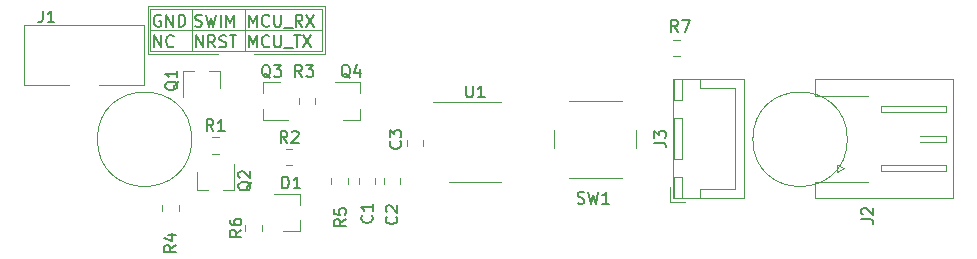
<source format=gto>
G04 #@! TF.GenerationSoftware,KiCad,Pcbnew,(5.1.10)-1*
G04 #@! TF.CreationDate,2021-10-05T02:57:27+03:00*
G04 #@! TF.ProjectId,led_controller_stm8,6c65645f-636f-46e7-9472-6f6c6c65725f,rev?*
G04 #@! TF.SameCoordinates,Original*
G04 #@! TF.FileFunction,Legend,Top*
G04 #@! TF.FilePolarity,Positive*
%FSLAX46Y46*%
G04 Gerber Fmt 4.6, Leading zero omitted, Abs format (unit mm)*
G04 Created by KiCad (PCBNEW (5.1.10)-1) date 2021-10-05 02:57:27*
%MOMM*%
%LPD*%
G01*
G04 APERTURE LIST*
%ADD10C,0.120000*%
%ADD11C,0.150000*%
%ADD12O,1.950000X1.700000*%
%ADD13C,3.500000*%
%ADD14C,2.000000*%
%ADD15R,0.900000X0.800000*%
%ADD16R,0.800000X0.900000*%
%ADD17C,1.000000*%
G04 APERTURE END LIST*
D10*
X151250000Y-57750000D02*
X145250000Y-57750000D01*
X136250000Y-57750000D02*
X142250000Y-57750000D01*
X136250000Y-53750000D02*
X136250000Y-57750000D01*
X151250000Y-53750000D02*
X151250000Y-57750000D01*
X136250000Y-53750000D02*
X151250000Y-53750000D01*
X151000000Y-55750000D02*
X136500000Y-55750000D01*
X144500000Y-54000000D02*
X144500000Y-57500000D01*
X140000000Y-54000000D02*
X140000000Y-57500000D01*
X136500000Y-57500000D02*
X136500000Y-54000000D01*
X151000000Y-57500000D02*
X136500000Y-57500000D01*
X151000000Y-54000000D02*
X151000000Y-57500000D01*
X136500000Y-54000000D02*
X151000000Y-54000000D01*
D11*
X144835595Y-57202380D02*
X144835595Y-56202380D01*
X145168928Y-56916666D01*
X145502261Y-56202380D01*
X145502261Y-57202380D01*
X146549880Y-57107142D02*
X146502261Y-57154761D01*
X146359404Y-57202380D01*
X146264166Y-57202380D01*
X146121309Y-57154761D01*
X146026071Y-57059523D01*
X145978452Y-56964285D01*
X145930833Y-56773809D01*
X145930833Y-56630952D01*
X145978452Y-56440476D01*
X146026071Y-56345238D01*
X146121309Y-56250000D01*
X146264166Y-56202380D01*
X146359404Y-56202380D01*
X146502261Y-56250000D01*
X146549880Y-56297619D01*
X146978452Y-56202380D02*
X146978452Y-57011904D01*
X147026071Y-57107142D01*
X147073690Y-57154761D01*
X147168928Y-57202380D01*
X147359404Y-57202380D01*
X147454642Y-57154761D01*
X147502261Y-57107142D01*
X147549880Y-57011904D01*
X147549880Y-56202380D01*
X147787976Y-57297619D02*
X148549880Y-57297619D01*
X148645119Y-56202380D02*
X149216547Y-56202380D01*
X148930833Y-57202380D02*
X148930833Y-56202380D01*
X149454642Y-56202380D02*
X150121309Y-57202380D01*
X150121309Y-56202380D02*
X149454642Y-57202380D01*
X144835595Y-55452380D02*
X144835595Y-54452380D01*
X145168928Y-55166666D01*
X145502261Y-54452380D01*
X145502261Y-55452380D01*
X146549880Y-55357142D02*
X146502261Y-55404761D01*
X146359404Y-55452380D01*
X146264166Y-55452380D01*
X146121309Y-55404761D01*
X146026071Y-55309523D01*
X145978452Y-55214285D01*
X145930833Y-55023809D01*
X145930833Y-54880952D01*
X145978452Y-54690476D01*
X146026071Y-54595238D01*
X146121309Y-54500000D01*
X146264166Y-54452380D01*
X146359404Y-54452380D01*
X146502261Y-54500000D01*
X146549880Y-54547619D01*
X146978452Y-54452380D02*
X146978452Y-55261904D01*
X147026071Y-55357142D01*
X147073690Y-55404761D01*
X147168928Y-55452380D01*
X147359404Y-55452380D01*
X147454642Y-55404761D01*
X147502261Y-55357142D01*
X147549880Y-55261904D01*
X147549880Y-54452380D01*
X147787976Y-55547619D02*
X148549880Y-55547619D01*
X149359404Y-55452380D02*
X149026071Y-54976190D01*
X148787976Y-55452380D02*
X148787976Y-54452380D01*
X149168928Y-54452380D01*
X149264166Y-54500000D01*
X149311785Y-54547619D01*
X149359404Y-54642857D01*
X149359404Y-54785714D01*
X149311785Y-54880952D01*
X149264166Y-54928571D01*
X149168928Y-54976190D01*
X148787976Y-54976190D01*
X149692738Y-54452380D02*
X150359404Y-55452380D01*
X150359404Y-54452380D02*
X149692738Y-55452380D01*
X140335595Y-57202380D02*
X140335595Y-56202380D01*
X140907023Y-57202380D01*
X140907023Y-56202380D01*
X141954642Y-57202380D02*
X141621309Y-56726190D01*
X141383214Y-57202380D02*
X141383214Y-56202380D01*
X141764166Y-56202380D01*
X141859404Y-56250000D01*
X141907023Y-56297619D01*
X141954642Y-56392857D01*
X141954642Y-56535714D01*
X141907023Y-56630952D01*
X141859404Y-56678571D01*
X141764166Y-56726190D01*
X141383214Y-56726190D01*
X142335595Y-57154761D02*
X142478452Y-57202380D01*
X142716547Y-57202380D01*
X142811785Y-57154761D01*
X142859404Y-57107142D01*
X142907023Y-57011904D01*
X142907023Y-56916666D01*
X142859404Y-56821428D01*
X142811785Y-56773809D01*
X142716547Y-56726190D01*
X142526071Y-56678571D01*
X142430833Y-56630952D01*
X142383214Y-56583333D01*
X142335595Y-56488095D01*
X142335595Y-56392857D01*
X142383214Y-56297619D01*
X142430833Y-56250000D01*
X142526071Y-56202380D01*
X142764166Y-56202380D01*
X142907023Y-56250000D01*
X143192738Y-56202380D02*
X143764166Y-56202380D01*
X143478452Y-57202380D02*
X143478452Y-56202380D01*
X140287976Y-55404761D02*
X140430833Y-55452380D01*
X140668928Y-55452380D01*
X140764166Y-55404761D01*
X140811785Y-55357142D01*
X140859404Y-55261904D01*
X140859404Y-55166666D01*
X140811785Y-55071428D01*
X140764166Y-55023809D01*
X140668928Y-54976190D01*
X140478452Y-54928571D01*
X140383214Y-54880952D01*
X140335595Y-54833333D01*
X140287976Y-54738095D01*
X140287976Y-54642857D01*
X140335595Y-54547619D01*
X140383214Y-54500000D01*
X140478452Y-54452380D01*
X140716547Y-54452380D01*
X140859404Y-54500000D01*
X141192738Y-54452380D02*
X141430833Y-55452380D01*
X141621309Y-54738095D01*
X141811785Y-55452380D01*
X142049880Y-54452380D01*
X142430833Y-55452380D02*
X142430833Y-54452380D01*
X142907023Y-55452380D02*
X142907023Y-54452380D01*
X143240357Y-55166666D01*
X143573690Y-54452380D01*
X143573690Y-55452380D01*
X136835595Y-57202380D02*
X136835595Y-56202380D01*
X137407023Y-57202380D01*
X137407023Y-56202380D01*
X138454642Y-57107142D02*
X138407023Y-57154761D01*
X138264166Y-57202380D01*
X138168928Y-57202380D01*
X138026071Y-57154761D01*
X137930833Y-57059523D01*
X137883214Y-56964285D01*
X137835595Y-56773809D01*
X137835595Y-56630952D01*
X137883214Y-56440476D01*
X137930833Y-56345238D01*
X138026071Y-56250000D01*
X138168928Y-56202380D01*
X138264166Y-56202380D01*
X138407023Y-56250000D01*
X138454642Y-56297619D01*
X137359404Y-54500000D02*
X137264166Y-54452380D01*
X137121309Y-54452380D01*
X136978452Y-54500000D01*
X136883214Y-54595238D01*
X136835595Y-54690476D01*
X136787976Y-54880952D01*
X136787976Y-55023809D01*
X136835595Y-55214285D01*
X136883214Y-55309523D01*
X136978452Y-55404761D01*
X137121309Y-55452380D01*
X137216547Y-55452380D01*
X137359404Y-55404761D01*
X137407023Y-55357142D01*
X137407023Y-55023809D01*
X137216547Y-55023809D01*
X137835595Y-55452380D02*
X137835595Y-54452380D01*
X138407023Y-55452380D01*
X138407023Y-54452380D01*
X138883214Y-55452380D02*
X138883214Y-54452380D01*
X139121309Y-54452380D01*
X139264166Y-54500000D01*
X139359404Y-54595238D01*
X139407023Y-54690476D01*
X139454642Y-54880952D01*
X139454642Y-55023809D01*
X139407023Y-55214285D01*
X139359404Y-55309523D01*
X139264166Y-55404761D01*
X139121309Y-55452380D01*
X138883214Y-55452380D01*
D10*
X195500000Y-65000000D02*
G75*
G03*
X195500000Y-65000000I-4000000J0D01*
G01*
X140000000Y-65000000D02*
G75*
G03*
X140000000Y-65000000I-4000000J0D01*
G01*
X180490000Y-70300000D02*
X181740000Y-70300000D01*
X180490000Y-69050000D02*
X180490000Y-70300000D01*
X185990000Y-60650000D02*
X185990000Y-64950000D01*
X183040000Y-60650000D02*
X185990000Y-60650000D01*
X183040000Y-59900000D02*
X183040000Y-60650000D01*
X185990000Y-69250000D02*
X185990000Y-64950000D01*
X183040000Y-69250000D02*
X185990000Y-69250000D01*
X183040000Y-70000000D02*
X183040000Y-69250000D01*
X180790000Y-59900000D02*
X180790000Y-61700000D01*
X181540000Y-59900000D02*
X180790000Y-59900000D01*
X181540000Y-61700000D02*
X181540000Y-59900000D01*
X180790000Y-61700000D02*
X181540000Y-61700000D01*
X180790000Y-68200000D02*
X180790000Y-70000000D01*
X181540000Y-68200000D02*
X180790000Y-68200000D01*
X181540000Y-70000000D02*
X181540000Y-68200000D01*
X180790000Y-70000000D02*
X181540000Y-70000000D01*
X180790000Y-63200000D02*
X180790000Y-66700000D01*
X181540000Y-63200000D02*
X180790000Y-63200000D01*
X181540000Y-66700000D02*
X181540000Y-63200000D01*
X180790000Y-66700000D02*
X181540000Y-66700000D01*
X180780000Y-59890000D02*
X180780000Y-70010000D01*
X186750000Y-59890000D02*
X180780000Y-59890000D01*
X186750000Y-70010000D02*
X186750000Y-59890000D01*
X180780000Y-70010000D02*
X186750000Y-70010000D01*
X194640000Y-67150000D02*
X195240000Y-67450000D01*
X194640000Y-67750000D02*
X194640000Y-67150000D01*
X195240000Y-67450000D02*
X194640000Y-67750000D01*
X198340000Y-62200000D02*
X198340000Y-62700000D01*
X203840000Y-62200000D02*
X198340000Y-62200000D01*
X203840000Y-62700000D02*
X203840000Y-62200000D01*
X198340000Y-62700000D02*
X203840000Y-62700000D01*
X198340000Y-64700000D02*
X198340000Y-65200000D01*
X203840000Y-64700000D02*
X198340000Y-64700000D01*
X203840000Y-65200000D02*
X203840000Y-64700000D01*
X198340000Y-65200000D02*
X203840000Y-65200000D01*
X198340000Y-67200000D02*
X198340000Y-67700000D01*
X203840000Y-67200000D02*
X198340000Y-67200000D01*
X203840000Y-67700000D02*
X203840000Y-67200000D01*
X198340000Y-67700000D02*
X203840000Y-67700000D01*
X192730000Y-61310000D02*
X197230000Y-61310000D01*
X192730000Y-59890000D02*
X192730000Y-61310000D01*
X204450000Y-59890000D02*
X192730000Y-59890000D01*
X204450000Y-64950000D02*
X204450000Y-59890000D01*
X192730000Y-68590000D02*
X197230000Y-68590000D01*
X192730000Y-70010000D02*
X192730000Y-68590000D01*
X204450000Y-70010000D02*
X192730000Y-70010000D01*
X204450000Y-64950000D02*
X204450000Y-70010000D01*
X181291252Y-57980000D02*
X180768748Y-57980000D01*
X181291252Y-56560000D02*
X180768748Y-56560000D01*
X164000000Y-61815000D02*
X160400000Y-61815000D01*
X164000000Y-61815000D02*
X166200000Y-61815000D01*
X164000000Y-68585000D02*
X161800000Y-68585000D01*
X164000000Y-68585000D02*
X166200000Y-68585000D01*
X170650000Y-64250000D02*
X170650000Y-65750000D01*
X171900000Y-68250000D02*
X176400000Y-68250000D01*
X177650000Y-65750000D02*
X177650000Y-64250000D01*
X176400000Y-61750000D02*
X171900000Y-61750000D01*
X144540000Y-72238748D02*
X144540000Y-72761252D01*
X145960000Y-72238748D02*
X145960000Y-72761252D01*
X151790000Y-68238748D02*
X151790000Y-68761252D01*
X153210000Y-68238748D02*
X153210000Y-68761252D01*
X137490000Y-70538748D02*
X137490000Y-71061252D01*
X138910000Y-70538748D02*
X138910000Y-71061252D01*
X150460000Y-62011252D02*
X150460000Y-61488748D01*
X149040000Y-62011252D02*
X149040000Y-61488748D01*
X147988748Y-67210000D02*
X148511252Y-67210000D01*
X147988748Y-65790000D02*
X148511252Y-65790000D01*
X141738748Y-66210000D02*
X142261252Y-66210000D01*
X141738748Y-64790000D02*
X142261252Y-64790000D01*
X154260000Y-63330000D02*
X152800000Y-63330000D01*
X154260000Y-60170000D02*
X152100000Y-60170000D01*
X154260000Y-60170000D02*
X154260000Y-61100000D01*
X154260000Y-63330000D02*
X154260000Y-62400000D01*
X145990000Y-60170000D02*
X147450000Y-60170000D01*
X145990000Y-63330000D02*
X148150000Y-63330000D01*
X145990000Y-63330000D02*
X145990000Y-62400000D01*
X145990000Y-60170000D02*
X145990000Y-61100000D01*
X140420000Y-69260000D02*
X140420000Y-67800000D01*
X143580000Y-69260000D02*
X143580000Y-67100000D01*
X143580000Y-69260000D02*
X142650000Y-69260000D01*
X140420000Y-69260000D02*
X141350000Y-69260000D01*
X142380000Y-59240000D02*
X142380000Y-60700000D01*
X139220000Y-59240000D02*
X139220000Y-61400000D01*
X139220000Y-59240000D02*
X140150000Y-59240000D01*
X142380000Y-59240000D02*
X141450000Y-59240000D01*
X135950000Y-60375000D02*
X132140000Y-60375000D01*
X135950000Y-55295000D02*
X135950000Y-60375000D01*
X129600000Y-55295000D02*
X135950000Y-55295000D01*
X125790000Y-60375000D02*
X129600000Y-60375000D01*
X125790000Y-55295000D02*
X125790000Y-60375000D01*
X129600000Y-55295000D02*
X125790000Y-55295000D01*
X149160000Y-72780000D02*
X147700000Y-72780000D01*
X149160000Y-69620000D02*
X147000000Y-69620000D01*
X149160000Y-69620000D02*
X149160000Y-70550000D01*
X149160000Y-72780000D02*
X149160000Y-71850000D01*
X159610000Y-65561252D02*
X159610000Y-65038748D01*
X158190000Y-65561252D02*
X158190000Y-65038748D01*
X157660000Y-68761252D02*
X157660000Y-68238748D01*
X156240000Y-68761252D02*
X156240000Y-68238748D01*
X155535000Y-68761252D02*
X155535000Y-68238748D01*
X154115000Y-68761252D02*
X154115000Y-68238748D01*
D11*
X179142380Y-65283333D02*
X179856666Y-65283333D01*
X179999523Y-65330952D01*
X180094761Y-65426190D01*
X180142380Y-65569047D01*
X180142380Y-65664285D01*
X179142380Y-64902380D02*
X179142380Y-64283333D01*
X179523333Y-64616666D01*
X179523333Y-64473809D01*
X179570952Y-64378571D01*
X179618571Y-64330952D01*
X179713809Y-64283333D01*
X179951904Y-64283333D01*
X180047142Y-64330952D01*
X180094761Y-64378571D01*
X180142380Y-64473809D01*
X180142380Y-64759523D01*
X180094761Y-64854761D01*
X180047142Y-64902380D01*
X196692380Y-71783333D02*
X197406666Y-71783333D01*
X197549523Y-71830952D01*
X197644761Y-71926190D01*
X197692380Y-72069047D01*
X197692380Y-72164285D01*
X196787619Y-71354761D02*
X196740000Y-71307142D01*
X196692380Y-71211904D01*
X196692380Y-70973809D01*
X196740000Y-70878571D01*
X196787619Y-70830952D01*
X196882857Y-70783333D01*
X196978095Y-70783333D01*
X197120952Y-70830952D01*
X197692380Y-71402380D01*
X197692380Y-70783333D01*
X181163333Y-55922380D02*
X180830000Y-55446190D01*
X180591904Y-55922380D02*
X180591904Y-54922380D01*
X180972857Y-54922380D01*
X181068095Y-54970000D01*
X181115714Y-55017619D01*
X181163333Y-55112857D01*
X181163333Y-55255714D01*
X181115714Y-55350952D01*
X181068095Y-55398571D01*
X180972857Y-55446190D01*
X180591904Y-55446190D01*
X181496666Y-54922380D02*
X182163333Y-54922380D01*
X181734761Y-55922380D01*
X163238095Y-60452380D02*
X163238095Y-61261904D01*
X163285714Y-61357142D01*
X163333333Y-61404761D01*
X163428571Y-61452380D01*
X163619047Y-61452380D01*
X163714285Y-61404761D01*
X163761904Y-61357142D01*
X163809523Y-61261904D01*
X163809523Y-60452380D01*
X164809523Y-61452380D02*
X164238095Y-61452380D01*
X164523809Y-61452380D02*
X164523809Y-60452380D01*
X164428571Y-60595238D01*
X164333333Y-60690476D01*
X164238095Y-60738095D01*
X172666666Y-70404761D02*
X172809523Y-70452380D01*
X173047619Y-70452380D01*
X173142857Y-70404761D01*
X173190476Y-70357142D01*
X173238095Y-70261904D01*
X173238095Y-70166666D01*
X173190476Y-70071428D01*
X173142857Y-70023809D01*
X173047619Y-69976190D01*
X172857142Y-69928571D01*
X172761904Y-69880952D01*
X172714285Y-69833333D01*
X172666666Y-69738095D01*
X172666666Y-69642857D01*
X172714285Y-69547619D01*
X172761904Y-69500000D01*
X172857142Y-69452380D01*
X173095238Y-69452380D01*
X173238095Y-69500000D01*
X173571428Y-69452380D02*
X173809523Y-70452380D01*
X174000000Y-69738095D01*
X174190476Y-70452380D01*
X174428571Y-69452380D01*
X175333333Y-70452380D02*
X174761904Y-70452380D01*
X175047619Y-70452380D02*
X175047619Y-69452380D01*
X174952380Y-69595238D01*
X174857142Y-69690476D01*
X174761904Y-69738095D01*
X144202380Y-72666666D02*
X143726190Y-73000000D01*
X144202380Y-73238095D02*
X143202380Y-73238095D01*
X143202380Y-72857142D01*
X143250000Y-72761904D01*
X143297619Y-72714285D01*
X143392857Y-72666666D01*
X143535714Y-72666666D01*
X143630952Y-72714285D01*
X143678571Y-72761904D01*
X143726190Y-72857142D01*
X143726190Y-73238095D01*
X143202380Y-71809523D02*
X143202380Y-72000000D01*
X143250000Y-72095238D01*
X143297619Y-72142857D01*
X143440476Y-72238095D01*
X143630952Y-72285714D01*
X144011904Y-72285714D01*
X144107142Y-72238095D01*
X144154761Y-72190476D01*
X144202380Y-72095238D01*
X144202380Y-71904761D01*
X144154761Y-71809523D01*
X144107142Y-71761904D01*
X144011904Y-71714285D01*
X143773809Y-71714285D01*
X143678571Y-71761904D01*
X143630952Y-71809523D01*
X143583333Y-71904761D01*
X143583333Y-72095238D01*
X143630952Y-72190476D01*
X143678571Y-72238095D01*
X143773809Y-72285714D01*
X153052380Y-71766666D02*
X152576190Y-72100000D01*
X153052380Y-72338095D02*
X152052380Y-72338095D01*
X152052380Y-71957142D01*
X152100000Y-71861904D01*
X152147619Y-71814285D01*
X152242857Y-71766666D01*
X152385714Y-71766666D01*
X152480952Y-71814285D01*
X152528571Y-71861904D01*
X152576190Y-71957142D01*
X152576190Y-72338095D01*
X152052380Y-70861904D02*
X152052380Y-71338095D01*
X152528571Y-71385714D01*
X152480952Y-71338095D01*
X152433333Y-71242857D01*
X152433333Y-71004761D01*
X152480952Y-70909523D01*
X152528571Y-70861904D01*
X152623809Y-70814285D01*
X152861904Y-70814285D01*
X152957142Y-70861904D01*
X153004761Y-70909523D01*
X153052380Y-71004761D01*
X153052380Y-71242857D01*
X153004761Y-71338095D01*
X152957142Y-71385714D01*
X138652380Y-73966666D02*
X138176190Y-74300000D01*
X138652380Y-74538095D02*
X137652380Y-74538095D01*
X137652380Y-74157142D01*
X137700000Y-74061904D01*
X137747619Y-74014285D01*
X137842857Y-73966666D01*
X137985714Y-73966666D01*
X138080952Y-74014285D01*
X138128571Y-74061904D01*
X138176190Y-74157142D01*
X138176190Y-74538095D01*
X137985714Y-73109523D02*
X138652380Y-73109523D01*
X137604761Y-73347619D02*
X138319047Y-73585714D01*
X138319047Y-72966666D01*
X149333333Y-59702380D02*
X149000000Y-59226190D01*
X148761904Y-59702380D02*
X148761904Y-58702380D01*
X149142857Y-58702380D01*
X149238095Y-58750000D01*
X149285714Y-58797619D01*
X149333333Y-58892857D01*
X149333333Y-59035714D01*
X149285714Y-59130952D01*
X149238095Y-59178571D01*
X149142857Y-59226190D01*
X148761904Y-59226190D01*
X149666666Y-58702380D02*
X150285714Y-58702380D01*
X149952380Y-59083333D01*
X150095238Y-59083333D01*
X150190476Y-59130952D01*
X150238095Y-59178571D01*
X150285714Y-59273809D01*
X150285714Y-59511904D01*
X150238095Y-59607142D01*
X150190476Y-59654761D01*
X150095238Y-59702380D01*
X149809523Y-59702380D01*
X149714285Y-59654761D01*
X149666666Y-59607142D01*
X148083333Y-65302380D02*
X147750000Y-64826190D01*
X147511904Y-65302380D02*
X147511904Y-64302380D01*
X147892857Y-64302380D01*
X147988095Y-64350000D01*
X148035714Y-64397619D01*
X148083333Y-64492857D01*
X148083333Y-64635714D01*
X148035714Y-64730952D01*
X147988095Y-64778571D01*
X147892857Y-64826190D01*
X147511904Y-64826190D01*
X148464285Y-64397619D02*
X148511904Y-64350000D01*
X148607142Y-64302380D01*
X148845238Y-64302380D01*
X148940476Y-64350000D01*
X148988095Y-64397619D01*
X149035714Y-64492857D01*
X149035714Y-64588095D01*
X148988095Y-64730952D01*
X148416666Y-65302380D01*
X149035714Y-65302380D01*
X141833333Y-64302380D02*
X141500000Y-63826190D01*
X141261904Y-64302380D02*
X141261904Y-63302380D01*
X141642857Y-63302380D01*
X141738095Y-63350000D01*
X141785714Y-63397619D01*
X141833333Y-63492857D01*
X141833333Y-63635714D01*
X141785714Y-63730952D01*
X141738095Y-63778571D01*
X141642857Y-63826190D01*
X141261904Y-63826190D01*
X142785714Y-64302380D02*
X142214285Y-64302380D01*
X142500000Y-64302380D02*
X142500000Y-63302380D01*
X142404761Y-63445238D01*
X142309523Y-63540476D01*
X142214285Y-63588095D01*
X153404761Y-59797619D02*
X153309523Y-59750000D01*
X153214285Y-59654761D01*
X153071428Y-59511904D01*
X152976190Y-59464285D01*
X152880952Y-59464285D01*
X152928571Y-59702380D02*
X152833333Y-59654761D01*
X152738095Y-59559523D01*
X152690476Y-59369047D01*
X152690476Y-59035714D01*
X152738095Y-58845238D01*
X152833333Y-58750000D01*
X152928571Y-58702380D01*
X153119047Y-58702380D01*
X153214285Y-58750000D01*
X153309523Y-58845238D01*
X153357142Y-59035714D01*
X153357142Y-59369047D01*
X153309523Y-59559523D01*
X153214285Y-59654761D01*
X153119047Y-59702380D01*
X152928571Y-59702380D01*
X154214285Y-59035714D02*
X154214285Y-59702380D01*
X153976190Y-58654761D02*
X153738095Y-59369047D01*
X154357142Y-59369047D01*
X146654761Y-59797619D02*
X146559523Y-59750000D01*
X146464285Y-59654761D01*
X146321428Y-59511904D01*
X146226190Y-59464285D01*
X146130952Y-59464285D01*
X146178571Y-59702380D02*
X146083333Y-59654761D01*
X145988095Y-59559523D01*
X145940476Y-59369047D01*
X145940476Y-59035714D01*
X145988095Y-58845238D01*
X146083333Y-58750000D01*
X146178571Y-58702380D01*
X146369047Y-58702380D01*
X146464285Y-58750000D01*
X146559523Y-58845238D01*
X146607142Y-59035714D01*
X146607142Y-59369047D01*
X146559523Y-59559523D01*
X146464285Y-59654761D01*
X146369047Y-59702380D01*
X146178571Y-59702380D01*
X146940476Y-58702380D02*
X147559523Y-58702380D01*
X147226190Y-59083333D01*
X147369047Y-59083333D01*
X147464285Y-59130952D01*
X147511904Y-59178571D01*
X147559523Y-59273809D01*
X147559523Y-59511904D01*
X147511904Y-59607142D01*
X147464285Y-59654761D01*
X147369047Y-59702380D01*
X147083333Y-59702380D01*
X146988095Y-59654761D01*
X146940476Y-59607142D01*
X145047619Y-68595238D02*
X145000000Y-68690476D01*
X144904761Y-68785714D01*
X144761904Y-68928571D01*
X144714285Y-69023809D01*
X144714285Y-69119047D01*
X144952380Y-69071428D02*
X144904761Y-69166666D01*
X144809523Y-69261904D01*
X144619047Y-69309523D01*
X144285714Y-69309523D01*
X144095238Y-69261904D01*
X144000000Y-69166666D01*
X143952380Y-69071428D01*
X143952380Y-68880952D01*
X144000000Y-68785714D01*
X144095238Y-68690476D01*
X144285714Y-68642857D01*
X144619047Y-68642857D01*
X144809523Y-68690476D01*
X144904761Y-68785714D01*
X144952380Y-68880952D01*
X144952380Y-69071428D01*
X144047619Y-68261904D02*
X144000000Y-68214285D01*
X143952380Y-68119047D01*
X143952380Y-67880952D01*
X144000000Y-67785714D01*
X144047619Y-67738095D01*
X144142857Y-67690476D01*
X144238095Y-67690476D01*
X144380952Y-67738095D01*
X144952380Y-68309523D01*
X144952380Y-67690476D01*
X138847619Y-60095238D02*
X138800000Y-60190476D01*
X138704761Y-60285714D01*
X138561904Y-60428571D01*
X138514285Y-60523809D01*
X138514285Y-60619047D01*
X138752380Y-60571428D02*
X138704761Y-60666666D01*
X138609523Y-60761904D01*
X138419047Y-60809523D01*
X138085714Y-60809523D01*
X137895238Y-60761904D01*
X137800000Y-60666666D01*
X137752380Y-60571428D01*
X137752380Y-60380952D01*
X137800000Y-60285714D01*
X137895238Y-60190476D01*
X138085714Y-60142857D01*
X138419047Y-60142857D01*
X138609523Y-60190476D01*
X138704761Y-60285714D01*
X138752380Y-60380952D01*
X138752380Y-60571428D01*
X138752380Y-59190476D02*
X138752380Y-59761904D01*
X138752380Y-59476190D02*
X137752380Y-59476190D01*
X137895238Y-59571428D01*
X137990476Y-59666666D01*
X138038095Y-59761904D01*
X127361666Y-54112380D02*
X127361666Y-54826666D01*
X127314047Y-54969523D01*
X127218809Y-55064761D01*
X127075952Y-55112380D01*
X126980714Y-55112380D01*
X128361666Y-55112380D02*
X127790238Y-55112380D01*
X128075952Y-55112380D02*
X128075952Y-54112380D01*
X127980714Y-54255238D01*
X127885476Y-54350476D01*
X127790238Y-54398095D01*
X147661904Y-69152380D02*
X147661904Y-68152380D01*
X147900000Y-68152380D01*
X148042857Y-68200000D01*
X148138095Y-68295238D01*
X148185714Y-68390476D01*
X148233333Y-68580952D01*
X148233333Y-68723809D01*
X148185714Y-68914285D01*
X148138095Y-69009523D01*
X148042857Y-69104761D01*
X147900000Y-69152380D01*
X147661904Y-69152380D01*
X149185714Y-69152380D02*
X148614285Y-69152380D01*
X148900000Y-69152380D02*
X148900000Y-68152380D01*
X148804761Y-68295238D01*
X148709523Y-68390476D01*
X148614285Y-68438095D01*
X157657142Y-65166666D02*
X157704761Y-65214285D01*
X157752380Y-65357142D01*
X157752380Y-65452380D01*
X157704761Y-65595238D01*
X157609523Y-65690476D01*
X157514285Y-65738095D01*
X157323809Y-65785714D01*
X157180952Y-65785714D01*
X156990476Y-65738095D01*
X156895238Y-65690476D01*
X156800000Y-65595238D01*
X156752380Y-65452380D01*
X156752380Y-65357142D01*
X156800000Y-65214285D01*
X156847619Y-65166666D01*
X156752380Y-64833333D02*
X156752380Y-64214285D01*
X157133333Y-64547619D01*
X157133333Y-64404761D01*
X157180952Y-64309523D01*
X157228571Y-64261904D01*
X157323809Y-64214285D01*
X157561904Y-64214285D01*
X157657142Y-64261904D01*
X157704761Y-64309523D01*
X157752380Y-64404761D01*
X157752380Y-64690476D01*
X157704761Y-64785714D01*
X157657142Y-64833333D01*
X157307142Y-71541666D02*
X157354761Y-71589285D01*
X157402380Y-71732142D01*
X157402380Y-71827380D01*
X157354761Y-71970238D01*
X157259523Y-72065476D01*
X157164285Y-72113095D01*
X156973809Y-72160714D01*
X156830952Y-72160714D01*
X156640476Y-72113095D01*
X156545238Y-72065476D01*
X156450000Y-71970238D01*
X156402380Y-71827380D01*
X156402380Y-71732142D01*
X156450000Y-71589285D01*
X156497619Y-71541666D01*
X156497619Y-71160714D02*
X156450000Y-71113095D01*
X156402380Y-71017857D01*
X156402380Y-70779761D01*
X156450000Y-70684523D01*
X156497619Y-70636904D01*
X156592857Y-70589285D01*
X156688095Y-70589285D01*
X156830952Y-70636904D01*
X157402380Y-71208333D01*
X157402380Y-70589285D01*
X155232142Y-71441666D02*
X155279761Y-71489285D01*
X155327380Y-71632142D01*
X155327380Y-71727380D01*
X155279761Y-71870238D01*
X155184523Y-71965476D01*
X155089285Y-72013095D01*
X154898809Y-72060714D01*
X154755952Y-72060714D01*
X154565476Y-72013095D01*
X154470238Y-71965476D01*
X154375000Y-71870238D01*
X154327380Y-71727380D01*
X154327380Y-71632142D01*
X154375000Y-71489285D01*
X154422619Y-71441666D01*
X155327380Y-70489285D02*
X155327380Y-71060714D01*
X155327380Y-70775000D02*
X154327380Y-70775000D01*
X154470238Y-70870238D01*
X154565476Y-70965476D01*
X154613095Y-71060714D01*
%LPC*%
D12*
X183240000Y-62450000D03*
X183240000Y-64950000D03*
G36*
G01*
X183965000Y-68300000D02*
X182515000Y-68300000D01*
G75*
G02*
X182265000Y-68050000I0J250000D01*
G01*
X182265000Y-66850000D01*
G75*
G02*
X182515000Y-66600000I250000J0D01*
G01*
X183965000Y-66600000D01*
G75*
G02*
X184215000Y-66850000I0J-250000D01*
G01*
X184215000Y-68050000D01*
G75*
G02*
X183965000Y-68300000I-250000J0D01*
G01*
G37*
X196740000Y-62450000D03*
X196740000Y-64950000D03*
G36*
G01*
X197465000Y-68300000D02*
X196015000Y-68300000D01*
G75*
G02*
X195765000Y-68050000I0J250000D01*
G01*
X195765000Y-66850000D01*
G75*
G02*
X196015000Y-66600000I250000J0D01*
G01*
X197465000Y-66600000D01*
G75*
G02*
X197715000Y-66850000I0J-250000D01*
G01*
X197715000Y-68050000D01*
G75*
G02*
X197465000Y-68300000I-250000J0D01*
G01*
G37*
D13*
X191500000Y-65000000D03*
X136000000Y-65000000D03*
X200000000Y-65000000D03*
X127500000Y-65000000D03*
G36*
G01*
X180580000Y-56819999D02*
X180580000Y-57720001D01*
G75*
G02*
X180330001Y-57970000I-249999J0D01*
G01*
X179679999Y-57970000D01*
G75*
G02*
X179430000Y-57720001I0J249999D01*
G01*
X179430000Y-56819999D01*
G75*
G02*
X179679999Y-56570000I249999J0D01*
G01*
X180330001Y-56570000D01*
G75*
G02*
X180580000Y-56819999I0J-249999D01*
G01*
G37*
G36*
G01*
X182630000Y-56819999D02*
X182630000Y-57720001D01*
G75*
G02*
X182380001Y-57970000I-249999J0D01*
G01*
X181729999Y-57970000D01*
G75*
G02*
X181480000Y-57720001I0J249999D01*
G01*
X181480000Y-56819999D01*
G75*
G02*
X181729999Y-56570000I249999J0D01*
G01*
X182380001Y-56570000D01*
G75*
G02*
X182630000Y-56819999I0J-249999D01*
G01*
G37*
G36*
G01*
X166125000Y-62375000D02*
X166125000Y-62175000D01*
G75*
G02*
X166225000Y-62075000I100000J0D01*
G01*
X167500000Y-62075000D01*
G75*
G02*
X167600000Y-62175000I0J-100000D01*
G01*
X167600000Y-62375000D01*
G75*
G02*
X167500000Y-62475000I-100000J0D01*
G01*
X166225000Y-62475000D01*
G75*
G02*
X166125000Y-62375000I0J100000D01*
G01*
G37*
G36*
G01*
X166125000Y-63025000D02*
X166125000Y-62825000D01*
G75*
G02*
X166225000Y-62725000I100000J0D01*
G01*
X167500000Y-62725000D01*
G75*
G02*
X167600000Y-62825000I0J-100000D01*
G01*
X167600000Y-63025000D01*
G75*
G02*
X167500000Y-63125000I-100000J0D01*
G01*
X166225000Y-63125000D01*
G75*
G02*
X166125000Y-63025000I0J100000D01*
G01*
G37*
G36*
G01*
X166125000Y-63675000D02*
X166125000Y-63475000D01*
G75*
G02*
X166225000Y-63375000I100000J0D01*
G01*
X167500000Y-63375000D01*
G75*
G02*
X167600000Y-63475000I0J-100000D01*
G01*
X167600000Y-63675000D01*
G75*
G02*
X167500000Y-63775000I-100000J0D01*
G01*
X166225000Y-63775000D01*
G75*
G02*
X166125000Y-63675000I0J100000D01*
G01*
G37*
G36*
G01*
X166125000Y-64325000D02*
X166125000Y-64125000D01*
G75*
G02*
X166225000Y-64025000I100000J0D01*
G01*
X167500000Y-64025000D01*
G75*
G02*
X167600000Y-64125000I0J-100000D01*
G01*
X167600000Y-64325000D01*
G75*
G02*
X167500000Y-64425000I-100000J0D01*
G01*
X166225000Y-64425000D01*
G75*
G02*
X166125000Y-64325000I0J100000D01*
G01*
G37*
G36*
G01*
X166125000Y-64975000D02*
X166125000Y-64775000D01*
G75*
G02*
X166225000Y-64675000I100000J0D01*
G01*
X167500000Y-64675000D01*
G75*
G02*
X167600000Y-64775000I0J-100000D01*
G01*
X167600000Y-64975000D01*
G75*
G02*
X167500000Y-65075000I-100000J0D01*
G01*
X166225000Y-65075000D01*
G75*
G02*
X166125000Y-64975000I0J100000D01*
G01*
G37*
G36*
G01*
X166125000Y-65625000D02*
X166125000Y-65425000D01*
G75*
G02*
X166225000Y-65325000I100000J0D01*
G01*
X167500000Y-65325000D01*
G75*
G02*
X167600000Y-65425000I0J-100000D01*
G01*
X167600000Y-65625000D01*
G75*
G02*
X167500000Y-65725000I-100000J0D01*
G01*
X166225000Y-65725000D01*
G75*
G02*
X166125000Y-65625000I0J100000D01*
G01*
G37*
G36*
G01*
X166125000Y-66275000D02*
X166125000Y-66075000D01*
G75*
G02*
X166225000Y-65975000I100000J0D01*
G01*
X167500000Y-65975000D01*
G75*
G02*
X167600000Y-66075000I0J-100000D01*
G01*
X167600000Y-66275000D01*
G75*
G02*
X167500000Y-66375000I-100000J0D01*
G01*
X166225000Y-66375000D01*
G75*
G02*
X166125000Y-66275000I0J100000D01*
G01*
G37*
G36*
G01*
X166125000Y-66925000D02*
X166125000Y-66725000D01*
G75*
G02*
X166225000Y-66625000I100000J0D01*
G01*
X167500000Y-66625000D01*
G75*
G02*
X167600000Y-66725000I0J-100000D01*
G01*
X167600000Y-66925000D01*
G75*
G02*
X167500000Y-67025000I-100000J0D01*
G01*
X166225000Y-67025000D01*
G75*
G02*
X166125000Y-66925000I0J100000D01*
G01*
G37*
G36*
G01*
X166125000Y-67575000D02*
X166125000Y-67375000D01*
G75*
G02*
X166225000Y-67275000I100000J0D01*
G01*
X167500000Y-67275000D01*
G75*
G02*
X167600000Y-67375000I0J-100000D01*
G01*
X167600000Y-67575000D01*
G75*
G02*
X167500000Y-67675000I-100000J0D01*
G01*
X166225000Y-67675000D01*
G75*
G02*
X166125000Y-67575000I0J100000D01*
G01*
G37*
G36*
G01*
X166125000Y-68225000D02*
X166125000Y-68025000D01*
G75*
G02*
X166225000Y-67925000I100000J0D01*
G01*
X167500000Y-67925000D01*
G75*
G02*
X167600000Y-68025000I0J-100000D01*
G01*
X167600000Y-68225000D01*
G75*
G02*
X167500000Y-68325000I-100000J0D01*
G01*
X166225000Y-68325000D01*
G75*
G02*
X166125000Y-68225000I0J100000D01*
G01*
G37*
G36*
G01*
X160400000Y-68225000D02*
X160400000Y-68025000D01*
G75*
G02*
X160500000Y-67925000I100000J0D01*
G01*
X161775000Y-67925000D01*
G75*
G02*
X161875000Y-68025000I0J-100000D01*
G01*
X161875000Y-68225000D01*
G75*
G02*
X161775000Y-68325000I-100000J0D01*
G01*
X160500000Y-68325000D01*
G75*
G02*
X160400000Y-68225000I0J100000D01*
G01*
G37*
G36*
G01*
X160400000Y-67575000D02*
X160400000Y-67375000D01*
G75*
G02*
X160500000Y-67275000I100000J0D01*
G01*
X161775000Y-67275000D01*
G75*
G02*
X161875000Y-67375000I0J-100000D01*
G01*
X161875000Y-67575000D01*
G75*
G02*
X161775000Y-67675000I-100000J0D01*
G01*
X160500000Y-67675000D01*
G75*
G02*
X160400000Y-67575000I0J100000D01*
G01*
G37*
G36*
G01*
X160400000Y-66925000D02*
X160400000Y-66725000D01*
G75*
G02*
X160500000Y-66625000I100000J0D01*
G01*
X161775000Y-66625000D01*
G75*
G02*
X161875000Y-66725000I0J-100000D01*
G01*
X161875000Y-66925000D01*
G75*
G02*
X161775000Y-67025000I-100000J0D01*
G01*
X160500000Y-67025000D01*
G75*
G02*
X160400000Y-66925000I0J100000D01*
G01*
G37*
G36*
G01*
X160400000Y-66275000D02*
X160400000Y-66075000D01*
G75*
G02*
X160500000Y-65975000I100000J0D01*
G01*
X161775000Y-65975000D01*
G75*
G02*
X161875000Y-66075000I0J-100000D01*
G01*
X161875000Y-66275000D01*
G75*
G02*
X161775000Y-66375000I-100000J0D01*
G01*
X160500000Y-66375000D01*
G75*
G02*
X160400000Y-66275000I0J100000D01*
G01*
G37*
G36*
G01*
X160400000Y-65625000D02*
X160400000Y-65425000D01*
G75*
G02*
X160500000Y-65325000I100000J0D01*
G01*
X161775000Y-65325000D01*
G75*
G02*
X161875000Y-65425000I0J-100000D01*
G01*
X161875000Y-65625000D01*
G75*
G02*
X161775000Y-65725000I-100000J0D01*
G01*
X160500000Y-65725000D01*
G75*
G02*
X160400000Y-65625000I0J100000D01*
G01*
G37*
G36*
G01*
X160400000Y-64975000D02*
X160400000Y-64775000D01*
G75*
G02*
X160500000Y-64675000I100000J0D01*
G01*
X161775000Y-64675000D01*
G75*
G02*
X161875000Y-64775000I0J-100000D01*
G01*
X161875000Y-64975000D01*
G75*
G02*
X161775000Y-65075000I-100000J0D01*
G01*
X160500000Y-65075000D01*
G75*
G02*
X160400000Y-64975000I0J100000D01*
G01*
G37*
G36*
G01*
X160400000Y-64325000D02*
X160400000Y-64125000D01*
G75*
G02*
X160500000Y-64025000I100000J0D01*
G01*
X161775000Y-64025000D01*
G75*
G02*
X161875000Y-64125000I0J-100000D01*
G01*
X161875000Y-64325000D01*
G75*
G02*
X161775000Y-64425000I-100000J0D01*
G01*
X160500000Y-64425000D01*
G75*
G02*
X160400000Y-64325000I0J100000D01*
G01*
G37*
G36*
G01*
X160400000Y-63675000D02*
X160400000Y-63475000D01*
G75*
G02*
X160500000Y-63375000I100000J0D01*
G01*
X161775000Y-63375000D01*
G75*
G02*
X161875000Y-63475000I0J-100000D01*
G01*
X161875000Y-63675000D01*
G75*
G02*
X161775000Y-63775000I-100000J0D01*
G01*
X160500000Y-63775000D01*
G75*
G02*
X160400000Y-63675000I0J100000D01*
G01*
G37*
G36*
G01*
X160400000Y-63025000D02*
X160400000Y-62825000D01*
G75*
G02*
X160500000Y-62725000I100000J0D01*
G01*
X161775000Y-62725000D01*
G75*
G02*
X161875000Y-62825000I0J-100000D01*
G01*
X161875000Y-63025000D01*
G75*
G02*
X161775000Y-63125000I-100000J0D01*
G01*
X160500000Y-63125000D01*
G75*
G02*
X160400000Y-63025000I0J100000D01*
G01*
G37*
G36*
G01*
X160400000Y-62375000D02*
X160400000Y-62175000D01*
G75*
G02*
X160500000Y-62075000I100000J0D01*
G01*
X161775000Y-62075000D01*
G75*
G02*
X161875000Y-62175000I0J-100000D01*
G01*
X161875000Y-62375000D01*
G75*
G02*
X161775000Y-62475000I-100000J0D01*
G01*
X160500000Y-62475000D01*
G75*
G02*
X160400000Y-62375000I0J100000D01*
G01*
G37*
D14*
X170900000Y-67250000D03*
X170900000Y-62750000D03*
X177400000Y-67250000D03*
X177400000Y-62750000D03*
G36*
G01*
X144799999Y-72950000D02*
X145700001Y-72950000D01*
G75*
G02*
X145950000Y-73199999I0J-249999D01*
G01*
X145950000Y-73850001D01*
G75*
G02*
X145700001Y-74100000I-249999J0D01*
G01*
X144799999Y-74100000D01*
G75*
G02*
X144550000Y-73850001I0J249999D01*
G01*
X144550000Y-73199999D01*
G75*
G02*
X144799999Y-72950000I249999J0D01*
G01*
G37*
G36*
G01*
X144799999Y-70900000D02*
X145700001Y-70900000D01*
G75*
G02*
X145950000Y-71149999I0J-249999D01*
G01*
X145950000Y-71800001D01*
G75*
G02*
X145700001Y-72050000I-249999J0D01*
G01*
X144799999Y-72050000D01*
G75*
G02*
X144550000Y-71800001I0J249999D01*
G01*
X144550000Y-71149999D01*
G75*
G02*
X144799999Y-70900000I249999J0D01*
G01*
G37*
G36*
G01*
X152049999Y-68950000D02*
X152950001Y-68950000D01*
G75*
G02*
X153200000Y-69199999I0J-249999D01*
G01*
X153200000Y-69850001D01*
G75*
G02*
X152950001Y-70100000I-249999J0D01*
G01*
X152049999Y-70100000D01*
G75*
G02*
X151800000Y-69850001I0J249999D01*
G01*
X151800000Y-69199999D01*
G75*
G02*
X152049999Y-68950000I249999J0D01*
G01*
G37*
G36*
G01*
X152049999Y-66900000D02*
X152950001Y-66900000D01*
G75*
G02*
X153200000Y-67149999I0J-249999D01*
G01*
X153200000Y-67800001D01*
G75*
G02*
X152950001Y-68050000I-249999J0D01*
G01*
X152049999Y-68050000D01*
G75*
G02*
X151800000Y-67800001I0J249999D01*
G01*
X151800000Y-67149999D01*
G75*
G02*
X152049999Y-66900000I249999J0D01*
G01*
G37*
G36*
G01*
X137749999Y-71250000D02*
X138650001Y-71250000D01*
G75*
G02*
X138900000Y-71499999I0J-249999D01*
G01*
X138900000Y-72150001D01*
G75*
G02*
X138650001Y-72400000I-249999J0D01*
G01*
X137749999Y-72400000D01*
G75*
G02*
X137500000Y-72150001I0J249999D01*
G01*
X137500000Y-71499999D01*
G75*
G02*
X137749999Y-71250000I249999J0D01*
G01*
G37*
G36*
G01*
X137749999Y-69200000D02*
X138650001Y-69200000D01*
G75*
G02*
X138900000Y-69449999I0J-249999D01*
G01*
X138900000Y-70100001D01*
G75*
G02*
X138650001Y-70350000I-249999J0D01*
G01*
X137749999Y-70350000D01*
G75*
G02*
X137500000Y-70100001I0J249999D01*
G01*
X137500000Y-69449999D01*
G75*
G02*
X137749999Y-69200000I249999J0D01*
G01*
G37*
G36*
G01*
X150200001Y-61300000D02*
X149299999Y-61300000D01*
G75*
G02*
X149050000Y-61050001I0J249999D01*
G01*
X149050000Y-60399999D01*
G75*
G02*
X149299999Y-60150000I249999J0D01*
G01*
X150200001Y-60150000D01*
G75*
G02*
X150450000Y-60399999I0J-249999D01*
G01*
X150450000Y-61050001D01*
G75*
G02*
X150200001Y-61300000I-249999J0D01*
G01*
G37*
G36*
G01*
X150200001Y-63350000D02*
X149299999Y-63350000D01*
G75*
G02*
X149050000Y-63100001I0J249999D01*
G01*
X149050000Y-62449999D01*
G75*
G02*
X149299999Y-62200000I249999J0D01*
G01*
X150200001Y-62200000D01*
G75*
G02*
X150450000Y-62449999I0J-249999D01*
G01*
X150450000Y-63100001D01*
G75*
G02*
X150200001Y-63350000I-249999J0D01*
G01*
G37*
G36*
G01*
X148700000Y-66950001D02*
X148700000Y-66049999D01*
G75*
G02*
X148949999Y-65800000I249999J0D01*
G01*
X149600001Y-65800000D01*
G75*
G02*
X149850000Y-66049999I0J-249999D01*
G01*
X149850000Y-66950001D01*
G75*
G02*
X149600001Y-67200000I-249999J0D01*
G01*
X148949999Y-67200000D01*
G75*
G02*
X148700000Y-66950001I0J249999D01*
G01*
G37*
G36*
G01*
X146650000Y-66950001D02*
X146650000Y-66049999D01*
G75*
G02*
X146899999Y-65800000I249999J0D01*
G01*
X147550001Y-65800000D01*
G75*
G02*
X147800000Y-66049999I0J-249999D01*
G01*
X147800000Y-66950001D01*
G75*
G02*
X147550001Y-67200000I-249999J0D01*
G01*
X146899999Y-67200000D01*
G75*
G02*
X146650000Y-66950001I0J249999D01*
G01*
G37*
G36*
G01*
X142450000Y-65950001D02*
X142450000Y-65049999D01*
G75*
G02*
X142699999Y-64800000I249999J0D01*
G01*
X143350001Y-64800000D01*
G75*
G02*
X143600000Y-65049999I0J-249999D01*
G01*
X143600000Y-65950001D01*
G75*
G02*
X143350001Y-66200000I-249999J0D01*
G01*
X142699999Y-66200000D01*
G75*
G02*
X142450000Y-65950001I0J249999D01*
G01*
G37*
G36*
G01*
X140400000Y-65950001D02*
X140400000Y-65049999D01*
G75*
G02*
X140649999Y-64800000I249999J0D01*
G01*
X141300001Y-64800000D01*
G75*
G02*
X141550000Y-65049999I0J-249999D01*
G01*
X141550000Y-65950001D01*
G75*
G02*
X141300001Y-66200000I-249999J0D01*
G01*
X140649999Y-66200000D01*
G75*
G02*
X140400000Y-65950001I0J249999D01*
G01*
G37*
D15*
X154500000Y-61750000D03*
X152500000Y-62700000D03*
X152500000Y-60800000D03*
X145750000Y-61750000D03*
X147750000Y-60800000D03*
X147750000Y-62700000D03*
D16*
X142000000Y-69500000D03*
X141050000Y-67500000D03*
X142950000Y-67500000D03*
X140800000Y-59000000D03*
X141750000Y-61000000D03*
X139850000Y-61000000D03*
D17*
X132140000Y-57200000D03*
X132140000Y-58470000D03*
X130870000Y-57200000D03*
X130870000Y-58470000D03*
X129600000Y-57200000D03*
X129600000Y-58470000D03*
D15*
X149400000Y-71200000D03*
X147400000Y-72150000D03*
X147400000Y-70250000D03*
G36*
G01*
X159350001Y-64850000D02*
X158449999Y-64850000D01*
G75*
G02*
X158200000Y-64600001I0J249999D01*
G01*
X158200000Y-63949999D01*
G75*
G02*
X158449999Y-63700000I249999J0D01*
G01*
X159350001Y-63700000D01*
G75*
G02*
X159600000Y-63949999I0J-249999D01*
G01*
X159600000Y-64600001D01*
G75*
G02*
X159350001Y-64850000I-249999J0D01*
G01*
G37*
G36*
G01*
X159350001Y-66900000D02*
X158449999Y-66900000D01*
G75*
G02*
X158200000Y-66650001I0J249999D01*
G01*
X158200000Y-65999999D01*
G75*
G02*
X158449999Y-65750000I249999J0D01*
G01*
X159350001Y-65750000D01*
G75*
G02*
X159600000Y-65999999I0J-249999D01*
G01*
X159600000Y-66650001D01*
G75*
G02*
X159350001Y-66900000I-249999J0D01*
G01*
G37*
G36*
G01*
X157400001Y-68050000D02*
X156499999Y-68050000D01*
G75*
G02*
X156250000Y-67800001I0J249999D01*
G01*
X156250000Y-67149999D01*
G75*
G02*
X156499999Y-66900000I249999J0D01*
G01*
X157400001Y-66900000D01*
G75*
G02*
X157650000Y-67149999I0J-249999D01*
G01*
X157650000Y-67800001D01*
G75*
G02*
X157400001Y-68050000I-249999J0D01*
G01*
G37*
G36*
G01*
X157400001Y-70100000D02*
X156499999Y-70100000D01*
G75*
G02*
X156250000Y-69850001I0J249999D01*
G01*
X156250000Y-69199999D01*
G75*
G02*
X156499999Y-68950000I249999J0D01*
G01*
X157400001Y-68950000D01*
G75*
G02*
X157650000Y-69199999I0J-249999D01*
G01*
X157650000Y-69850001D01*
G75*
G02*
X157400001Y-70100000I-249999J0D01*
G01*
G37*
G36*
G01*
X155275001Y-68050000D02*
X154374999Y-68050000D01*
G75*
G02*
X154125000Y-67800001I0J249999D01*
G01*
X154125000Y-67149999D01*
G75*
G02*
X154374999Y-66900000I249999J0D01*
G01*
X155275001Y-66900000D01*
G75*
G02*
X155525000Y-67149999I0J-249999D01*
G01*
X155525000Y-67800001D01*
G75*
G02*
X155275001Y-68050000I-249999J0D01*
G01*
G37*
G36*
G01*
X155275001Y-70100000D02*
X154374999Y-70100000D01*
G75*
G02*
X154125000Y-69850001I0J249999D01*
G01*
X154125000Y-69199999D01*
G75*
G02*
X154374999Y-68950000I249999J0D01*
G01*
X155275001Y-68950000D01*
G75*
G02*
X155525000Y-69199999I0J-249999D01*
G01*
X155525000Y-69850001D01*
G75*
G02*
X155275001Y-70100000I-249999J0D01*
G01*
G37*
M02*

</source>
